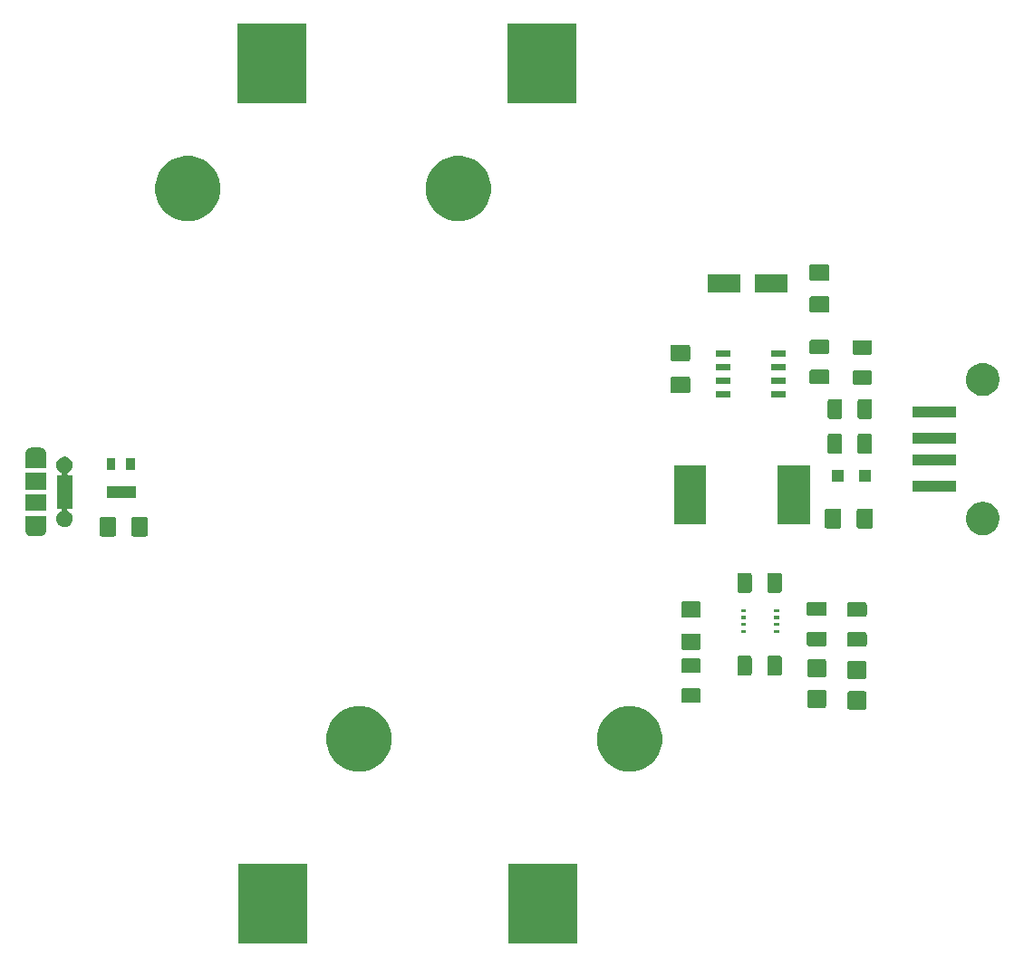
<source format=gbr>
G04 #@! TF.GenerationSoftware,KiCad,Pcbnew,(5.1.2-1)-1*
G04 #@! TF.CreationDate,2019-08-06T14:05:24+03:00*
G04 #@! TF.ProjectId,Boost_Converter,426f6f73-745f-4436-9f6e-766572746572,rev?*
G04 #@! TF.SameCoordinates,Original*
G04 #@! TF.FileFunction,Soldermask,Top*
G04 #@! TF.FilePolarity,Negative*
%FSLAX46Y46*%
G04 Gerber Fmt 4.6, Leading zero omitted, Abs format (unit mm)*
G04 Created by KiCad (PCBNEW (5.1.2-1)-1) date 2019-08-06 14:05:24*
%MOMM*%
%LPD*%
G04 APERTURE LIST*
%ADD10C,0.100000*%
G04 APERTURE END LIST*
D10*
G36*
X80661000Y-117731000D02*
G01*
X74219000Y-117731000D01*
X74219000Y-110289000D01*
X80661000Y-110289000D01*
X80661000Y-117731000D01*
X80661000Y-117731000D01*
G37*
G36*
X55411000Y-117731000D02*
G01*
X48969000Y-117731000D01*
X48969000Y-110289000D01*
X55411000Y-110289000D01*
X55411000Y-117731000D01*
X55411000Y-117731000D01*
G37*
G36*
X86389943Y-95666248D02*
G01*
X86945189Y-95896238D01*
X86945190Y-95896239D01*
X87444899Y-96230134D01*
X87869866Y-96655101D01*
X87869867Y-96655103D01*
X88203762Y-97154811D01*
X88433752Y-97710057D01*
X88551000Y-98299501D01*
X88551000Y-98900499D01*
X88433752Y-99489943D01*
X88203762Y-100045189D01*
X88203761Y-100045190D01*
X87869866Y-100544899D01*
X87444899Y-100969866D01*
X87193347Y-101137948D01*
X86945189Y-101303762D01*
X86389943Y-101533752D01*
X85800499Y-101651000D01*
X85199501Y-101651000D01*
X84610057Y-101533752D01*
X84054811Y-101303762D01*
X83806653Y-101137948D01*
X83555101Y-100969866D01*
X83130134Y-100544899D01*
X82796239Y-100045190D01*
X82796238Y-100045189D01*
X82566248Y-99489943D01*
X82449000Y-98900499D01*
X82449000Y-98299501D01*
X82566248Y-97710057D01*
X82796238Y-97154811D01*
X83130133Y-96655103D01*
X83130134Y-96655101D01*
X83555101Y-96230134D01*
X84054810Y-95896239D01*
X84054811Y-95896238D01*
X84610057Y-95666248D01*
X85199501Y-95549000D01*
X85800499Y-95549000D01*
X86389943Y-95666248D01*
X86389943Y-95666248D01*
G37*
G36*
X61139943Y-95666248D02*
G01*
X61695189Y-95896238D01*
X61695190Y-95896239D01*
X62194899Y-96230134D01*
X62619866Y-96655101D01*
X62619867Y-96655103D01*
X62953762Y-97154811D01*
X63183752Y-97710057D01*
X63301000Y-98299501D01*
X63301000Y-98900499D01*
X63183752Y-99489943D01*
X62953762Y-100045189D01*
X62953761Y-100045190D01*
X62619866Y-100544899D01*
X62194899Y-100969866D01*
X61943347Y-101137948D01*
X61695189Y-101303762D01*
X61139943Y-101533752D01*
X60550499Y-101651000D01*
X59949501Y-101651000D01*
X59360057Y-101533752D01*
X58804811Y-101303762D01*
X58556653Y-101137948D01*
X58305101Y-100969866D01*
X57880134Y-100544899D01*
X57546239Y-100045190D01*
X57546238Y-100045189D01*
X57316248Y-99489943D01*
X57199000Y-98900499D01*
X57199000Y-98299501D01*
X57316248Y-97710057D01*
X57546238Y-97154811D01*
X57880133Y-96655103D01*
X57880134Y-96655101D01*
X58305101Y-96230134D01*
X58804810Y-95896239D01*
X58804811Y-95896238D01*
X59360057Y-95666248D01*
X59949501Y-95549000D01*
X60550499Y-95549000D01*
X61139943Y-95666248D01*
X61139943Y-95666248D01*
G37*
G36*
X107480997Y-94153051D02*
G01*
X107514652Y-94163261D01*
X107545665Y-94179838D01*
X107572851Y-94202149D01*
X107595162Y-94229335D01*
X107611739Y-94260348D01*
X107621949Y-94294003D01*
X107626000Y-94335138D01*
X107626000Y-95664862D01*
X107621949Y-95705997D01*
X107611739Y-95739652D01*
X107595162Y-95770665D01*
X107572851Y-95797851D01*
X107545665Y-95820162D01*
X107514652Y-95836739D01*
X107480997Y-95846949D01*
X107439862Y-95851000D01*
X106060138Y-95851000D01*
X106019003Y-95846949D01*
X105985348Y-95836739D01*
X105954335Y-95820162D01*
X105927149Y-95797851D01*
X105904838Y-95770665D01*
X105888261Y-95739652D01*
X105878051Y-95705997D01*
X105874000Y-95664862D01*
X105874000Y-94335138D01*
X105878051Y-94294003D01*
X105888261Y-94260348D01*
X105904838Y-94229335D01*
X105927149Y-94202149D01*
X105954335Y-94179838D01*
X105985348Y-94163261D01*
X106019003Y-94153051D01*
X106060138Y-94149000D01*
X107439862Y-94149000D01*
X107480997Y-94153051D01*
X107480997Y-94153051D01*
G37*
G36*
X103730997Y-94003051D02*
G01*
X103764652Y-94013261D01*
X103795665Y-94029838D01*
X103822851Y-94052149D01*
X103845162Y-94079335D01*
X103861739Y-94110348D01*
X103871949Y-94144003D01*
X103876000Y-94185138D01*
X103876000Y-95514862D01*
X103871949Y-95555997D01*
X103861739Y-95589652D01*
X103845162Y-95620665D01*
X103822851Y-95647851D01*
X103795665Y-95670162D01*
X103764652Y-95686739D01*
X103730997Y-95696949D01*
X103689862Y-95701000D01*
X102310138Y-95701000D01*
X102269003Y-95696949D01*
X102235348Y-95686739D01*
X102204335Y-95670162D01*
X102177149Y-95647851D01*
X102154838Y-95620665D01*
X102138261Y-95589652D01*
X102128051Y-95555997D01*
X102124000Y-95514862D01*
X102124000Y-94185138D01*
X102128051Y-94144003D01*
X102138261Y-94110348D01*
X102154838Y-94079335D01*
X102177149Y-94052149D01*
X102204335Y-94029838D01*
X102235348Y-94013261D01*
X102269003Y-94003051D01*
X102310138Y-93999000D01*
X103689862Y-93999000D01*
X103730997Y-94003051D01*
X103730997Y-94003051D01*
G37*
G36*
X92018604Y-93878347D02*
G01*
X92055144Y-93889432D01*
X92088821Y-93907433D01*
X92118341Y-93931659D01*
X92142567Y-93961179D01*
X92160568Y-93994856D01*
X92171653Y-94031396D01*
X92176000Y-94075538D01*
X92176000Y-95024462D01*
X92171653Y-95068604D01*
X92160568Y-95105144D01*
X92142567Y-95138821D01*
X92118341Y-95168341D01*
X92088821Y-95192567D01*
X92055144Y-95210568D01*
X92018604Y-95221653D01*
X91974462Y-95226000D01*
X90525538Y-95226000D01*
X90481396Y-95221653D01*
X90444856Y-95210568D01*
X90411179Y-95192567D01*
X90381659Y-95168341D01*
X90357433Y-95138821D01*
X90339432Y-95105144D01*
X90328347Y-95068604D01*
X90324000Y-95024462D01*
X90324000Y-94075538D01*
X90328347Y-94031396D01*
X90339432Y-93994856D01*
X90357433Y-93961179D01*
X90381659Y-93931659D01*
X90411179Y-93907433D01*
X90444856Y-93889432D01*
X90481396Y-93878347D01*
X90525538Y-93874000D01*
X91974462Y-93874000D01*
X92018604Y-93878347D01*
X92018604Y-93878347D01*
G37*
G36*
X107480997Y-91303051D02*
G01*
X107514652Y-91313261D01*
X107545665Y-91329838D01*
X107572851Y-91352149D01*
X107595162Y-91379335D01*
X107611739Y-91410348D01*
X107621949Y-91444003D01*
X107626000Y-91485138D01*
X107626000Y-92814862D01*
X107621949Y-92855997D01*
X107611739Y-92889652D01*
X107595162Y-92920665D01*
X107572851Y-92947851D01*
X107545665Y-92970162D01*
X107514652Y-92986739D01*
X107480997Y-92996949D01*
X107439862Y-93001000D01*
X106060138Y-93001000D01*
X106019003Y-92996949D01*
X105985348Y-92986739D01*
X105954335Y-92970162D01*
X105927149Y-92947851D01*
X105904838Y-92920665D01*
X105888261Y-92889652D01*
X105878051Y-92855997D01*
X105874000Y-92814862D01*
X105874000Y-91485138D01*
X105878051Y-91444003D01*
X105888261Y-91410348D01*
X105904838Y-91379335D01*
X105927149Y-91352149D01*
X105954335Y-91329838D01*
X105985348Y-91313261D01*
X106019003Y-91303051D01*
X106060138Y-91299000D01*
X107439862Y-91299000D01*
X107480997Y-91303051D01*
X107480997Y-91303051D01*
G37*
G36*
X103730997Y-91153051D02*
G01*
X103764652Y-91163261D01*
X103795665Y-91179838D01*
X103822851Y-91202149D01*
X103845162Y-91229335D01*
X103861739Y-91260348D01*
X103871949Y-91294003D01*
X103876000Y-91335138D01*
X103876000Y-92664862D01*
X103871949Y-92705997D01*
X103861739Y-92739652D01*
X103845162Y-92770665D01*
X103822851Y-92797851D01*
X103795665Y-92820162D01*
X103764652Y-92836739D01*
X103730997Y-92846949D01*
X103689862Y-92851000D01*
X102310138Y-92851000D01*
X102269003Y-92846949D01*
X102235348Y-92836739D01*
X102204335Y-92820162D01*
X102177149Y-92797851D01*
X102154838Y-92770665D01*
X102138261Y-92739652D01*
X102128051Y-92705997D01*
X102124000Y-92664862D01*
X102124000Y-91335138D01*
X102128051Y-91294003D01*
X102138261Y-91260348D01*
X102154838Y-91229335D01*
X102177149Y-91202149D01*
X102204335Y-91179838D01*
X102235348Y-91163261D01*
X102269003Y-91153051D01*
X102310138Y-91149000D01*
X103689862Y-91149000D01*
X103730997Y-91153051D01*
X103730997Y-91153051D01*
G37*
G36*
X99568604Y-90828347D02*
G01*
X99605144Y-90839432D01*
X99638821Y-90857433D01*
X99668341Y-90881659D01*
X99692567Y-90911179D01*
X99710568Y-90944856D01*
X99721653Y-90981396D01*
X99726000Y-91025538D01*
X99726000Y-92474462D01*
X99721653Y-92518604D01*
X99710568Y-92555144D01*
X99692567Y-92588821D01*
X99668341Y-92618341D01*
X99638821Y-92642567D01*
X99605144Y-92660568D01*
X99568604Y-92671653D01*
X99524462Y-92676000D01*
X98575538Y-92676000D01*
X98531396Y-92671653D01*
X98494856Y-92660568D01*
X98461179Y-92642567D01*
X98431659Y-92618341D01*
X98407433Y-92588821D01*
X98389432Y-92555144D01*
X98378347Y-92518604D01*
X98374000Y-92474462D01*
X98374000Y-91025538D01*
X98378347Y-90981396D01*
X98389432Y-90944856D01*
X98407433Y-90911179D01*
X98431659Y-90881659D01*
X98461179Y-90857433D01*
X98494856Y-90839432D01*
X98531396Y-90828347D01*
X98575538Y-90824000D01*
X99524462Y-90824000D01*
X99568604Y-90828347D01*
X99568604Y-90828347D01*
G37*
G36*
X96768604Y-90828347D02*
G01*
X96805144Y-90839432D01*
X96838821Y-90857433D01*
X96868341Y-90881659D01*
X96892567Y-90911179D01*
X96910568Y-90944856D01*
X96921653Y-90981396D01*
X96926000Y-91025538D01*
X96926000Y-92474462D01*
X96921653Y-92518604D01*
X96910568Y-92555144D01*
X96892567Y-92588821D01*
X96868341Y-92618341D01*
X96838821Y-92642567D01*
X96805144Y-92660568D01*
X96768604Y-92671653D01*
X96724462Y-92676000D01*
X95775538Y-92676000D01*
X95731396Y-92671653D01*
X95694856Y-92660568D01*
X95661179Y-92642567D01*
X95631659Y-92618341D01*
X95607433Y-92588821D01*
X95589432Y-92555144D01*
X95578347Y-92518604D01*
X95574000Y-92474462D01*
X95574000Y-91025538D01*
X95578347Y-90981396D01*
X95589432Y-90944856D01*
X95607433Y-90911179D01*
X95631659Y-90881659D01*
X95661179Y-90857433D01*
X95694856Y-90839432D01*
X95731396Y-90828347D01*
X95775538Y-90824000D01*
X96724462Y-90824000D01*
X96768604Y-90828347D01*
X96768604Y-90828347D01*
G37*
G36*
X92018604Y-91078347D02*
G01*
X92055144Y-91089432D01*
X92088821Y-91107433D01*
X92118341Y-91131659D01*
X92142567Y-91161179D01*
X92160568Y-91194856D01*
X92171653Y-91231396D01*
X92176000Y-91275538D01*
X92176000Y-92224462D01*
X92171653Y-92268604D01*
X92160568Y-92305144D01*
X92142567Y-92338821D01*
X92118341Y-92368341D01*
X92088821Y-92392567D01*
X92055144Y-92410568D01*
X92018604Y-92421653D01*
X91974462Y-92426000D01*
X90525538Y-92426000D01*
X90481396Y-92421653D01*
X90444856Y-92410568D01*
X90411179Y-92392567D01*
X90381659Y-92368341D01*
X90357433Y-92338821D01*
X90339432Y-92305144D01*
X90328347Y-92268604D01*
X90324000Y-92224462D01*
X90324000Y-91275538D01*
X90328347Y-91231396D01*
X90339432Y-91194856D01*
X90357433Y-91161179D01*
X90381659Y-91131659D01*
X90411179Y-91107433D01*
X90444856Y-91089432D01*
X90481396Y-91078347D01*
X90525538Y-91074000D01*
X91974462Y-91074000D01*
X92018604Y-91078347D01*
X92018604Y-91078347D01*
G37*
G36*
X92025562Y-88740681D02*
G01*
X92060481Y-88751274D01*
X92092663Y-88768476D01*
X92120873Y-88791627D01*
X92144024Y-88819837D01*
X92161226Y-88852019D01*
X92171819Y-88886938D01*
X92176000Y-88929395D01*
X92176000Y-90070605D01*
X92171819Y-90113062D01*
X92161226Y-90147981D01*
X92144024Y-90180163D01*
X92120873Y-90208373D01*
X92092663Y-90231524D01*
X92060481Y-90248726D01*
X92025562Y-90259319D01*
X91983105Y-90263500D01*
X90516895Y-90263500D01*
X90474438Y-90259319D01*
X90439519Y-90248726D01*
X90407337Y-90231524D01*
X90379127Y-90208373D01*
X90355976Y-90180163D01*
X90338774Y-90147981D01*
X90328181Y-90113062D01*
X90324000Y-90070605D01*
X90324000Y-88929395D01*
X90328181Y-88886938D01*
X90338774Y-88852019D01*
X90355976Y-88819837D01*
X90379127Y-88791627D01*
X90407337Y-88768476D01*
X90439519Y-88751274D01*
X90474438Y-88740681D01*
X90516895Y-88736500D01*
X91983105Y-88736500D01*
X92025562Y-88740681D01*
X92025562Y-88740681D01*
G37*
G36*
X107518604Y-88628347D02*
G01*
X107555144Y-88639432D01*
X107588821Y-88657433D01*
X107618341Y-88681659D01*
X107642567Y-88711179D01*
X107660568Y-88744856D01*
X107671653Y-88781396D01*
X107676000Y-88825538D01*
X107676000Y-89774462D01*
X107671653Y-89818604D01*
X107660568Y-89855144D01*
X107642567Y-89888821D01*
X107618341Y-89918341D01*
X107588821Y-89942567D01*
X107555144Y-89960568D01*
X107518604Y-89971653D01*
X107474462Y-89976000D01*
X106025538Y-89976000D01*
X105981396Y-89971653D01*
X105944856Y-89960568D01*
X105911179Y-89942567D01*
X105881659Y-89918341D01*
X105857433Y-89888821D01*
X105839432Y-89855144D01*
X105828347Y-89818604D01*
X105824000Y-89774462D01*
X105824000Y-88825538D01*
X105828347Y-88781396D01*
X105839432Y-88744856D01*
X105857433Y-88711179D01*
X105881659Y-88681659D01*
X105911179Y-88657433D01*
X105944856Y-88639432D01*
X105981396Y-88628347D01*
X106025538Y-88624000D01*
X107474462Y-88624000D01*
X107518604Y-88628347D01*
X107518604Y-88628347D01*
G37*
G36*
X103768604Y-88578347D02*
G01*
X103805144Y-88589432D01*
X103838821Y-88607433D01*
X103868341Y-88631659D01*
X103892567Y-88661179D01*
X103910568Y-88694856D01*
X103921653Y-88731396D01*
X103926000Y-88775538D01*
X103926000Y-89724462D01*
X103921653Y-89768604D01*
X103910568Y-89805144D01*
X103892567Y-89838821D01*
X103868341Y-89868341D01*
X103838821Y-89892567D01*
X103805144Y-89910568D01*
X103768604Y-89921653D01*
X103724462Y-89926000D01*
X102275538Y-89926000D01*
X102231396Y-89921653D01*
X102194856Y-89910568D01*
X102161179Y-89892567D01*
X102131659Y-89868341D01*
X102107433Y-89838821D01*
X102089432Y-89805144D01*
X102078347Y-89768604D01*
X102074000Y-89724462D01*
X102074000Y-88775538D01*
X102078347Y-88731396D01*
X102089432Y-88694856D01*
X102107433Y-88661179D01*
X102131659Y-88631659D01*
X102161179Y-88607433D01*
X102194856Y-88589432D01*
X102231396Y-88578347D01*
X102275538Y-88574000D01*
X103724462Y-88574000D01*
X103768604Y-88578347D01*
X103768604Y-88578347D01*
G37*
G36*
X99491000Y-88701000D02*
G01*
X99009000Y-88701000D01*
X99009000Y-88399000D01*
X99491000Y-88399000D01*
X99491000Y-88701000D01*
X99491000Y-88701000D01*
G37*
G36*
X96391000Y-88701000D02*
G01*
X95909000Y-88701000D01*
X95909000Y-88399000D01*
X96391000Y-88399000D01*
X96391000Y-88701000D01*
X96391000Y-88701000D01*
G37*
G36*
X99491000Y-88051000D02*
G01*
X99009000Y-88051000D01*
X99009000Y-87749000D01*
X99491000Y-87749000D01*
X99491000Y-88051000D01*
X99491000Y-88051000D01*
G37*
G36*
X96391000Y-88051000D02*
G01*
X95909000Y-88051000D01*
X95909000Y-87749000D01*
X96391000Y-87749000D01*
X96391000Y-88051000D01*
X96391000Y-88051000D01*
G37*
G36*
X99491000Y-87401000D02*
G01*
X99009000Y-87401000D01*
X99009000Y-87099000D01*
X99491000Y-87099000D01*
X99491000Y-87401000D01*
X99491000Y-87401000D01*
G37*
G36*
X96391000Y-87401000D02*
G01*
X95909000Y-87401000D01*
X95909000Y-87099000D01*
X96391000Y-87099000D01*
X96391000Y-87401000D01*
X96391000Y-87401000D01*
G37*
G36*
X92025562Y-85765681D02*
G01*
X92060481Y-85776274D01*
X92092663Y-85793476D01*
X92120873Y-85816627D01*
X92144024Y-85844837D01*
X92161226Y-85877019D01*
X92171819Y-85911938D01*
X92176000Y-85954395D01*
X92176000Y-87095605D01*
X92171819Y-87138062D01*
X92161226Y-87172981D01*
X92144024Y-87205163D01*
X92120873Y-87233373D01*
X92092663Y-87256524D01*
X92060481Y-87273726D01*
X92025562Y-87284319D01*
X91983105Y-87288500D01*
X90516895Y-87288500D01*
X90474438Y-87284319D01*
X90439519Y-87273726D01*
X90407337Y-87256524D01*
X90379127Y-87233373D01*
X90355976Y-87205163D01*
X90338774Y-87172981D01*
X90328181Y-87138062D01*
X90324000Y-87095605D01*
X90324000Y-85954395D01*
X90328181Y-85911938D01*
X90338774Y-85877019D01*
X90355976Y-85844837D01*
X90379127Y-85816627D01*
X90407337Y-85793476D01*
X90439519Y-85776274D01*
X90474438Y-85765681D01*
X90516895Y-85761500D01*
X91983105Y-85761500D01*
X92025562Y-85765681D01*
X92025562Y-85765681D01*
G37*
G36*
X107518604Y-85828347D02*
G01*
X107555144Y-85839432D01*
X107588821Y-85857433D01*
X107618341Y-85881659D01*
X107642567Y-85911179D01*
X107660568Y-85944856D01*
X107671653Y-85981396D01*
X107676000Y-86025538D01*
X107676000Y-86974462D01*
X107671653Y-87018604D01*
X107660568Y-87055144D01*
X107642567Y-87088821D01*
X107618341Y-87118341D01*
X107588821Y-87142567D01*
X107555144Y-87160568D01*
X107518604Y-87171653D01*
X107474462Y-87176000D01*
X106025538Y-87176000D01*
X105981396Y-87171653D01*
X105944856Y-87160568D01*
X105911179Y-87142567D01*
X105881659Y-87118341D01*
X105857433Y-87088821D01*
X105839432Y-87055144D01*
X105828347Y-87018604D01*
X105824000Y-86974462D01*
X105824000Y-86025538D01*
X105828347Y-85981396D01*
X105839432Y-85944856D01*
X105857433Y-85911179D01*
X105881659Y-85881659D01*
X105911179Y-85857433D01*
X105944856Y-85839432D01*
X105981396Y-85828347D01*
X106025538Y-85824000D01*
X107474462Y-85824000D01*
X107518604Y-85828347D01*
X107518604Y-85828347D01*
G37*
G36*
X103768604Y-85778347D02*
G01*
X103805144Y-85789432D01*
X103838821Y-85807433D01*
X103868341Y-85831659D01*
X103892567Y-85861179D01*
X103910568Y-85894856D01*
X103921653Y-85931396D01*
X103926000Y-85975538D01*
X103926000Y-86924462D01*
X103921653Y-86968604D01*
X103910568Y-87005144D01*
X103892567Y-87038821D01*
X103868341Y-87068341D01*
X103838821Y-87092567D01*
X103805144Y-87110568D01*
X103768604Y-87121653D01*
X103724462Y-87126000D01*
X102275538Y-87126000D01*
X102231396Y-87121653D01*
X102194856Y-87110568D01*
X102161179Y-87092567D01*
X102131659Y-87068341D01*
X102107433Y-87038821D01*
X102089432Y-87005144D01*
X102078347Y-86968604D01*
X102074000Y-86924462D01*
X102074000Y-85975538D01*
X102078347Y-85931396D01*
X102089432Y-85894856D01*
X102107433Y-85861179D01*
X102131659Y-85831659D01*
X102161179Y-85807433D01*
X102194856Y-85789432D01*
X102231396Y-85778347D01*
X102275538Y-85774000D01*
X103724462Y-85774000D01*
X103768604Y-85778347D01*
X103768604Y-85778347D01*
G37*
G36*
X99491000Y-86751000D02*
G01*
X99009000Y-86751000D01*
X99009000Y-86449000D01*
X99491000Y-86449000D01*
X99491000Y-86751000D01*
X99491000Y-86751000D01*
G37*
G36*
X96391000Y-86751000D02*
G01*
X95909000Y-86751000D01*
X95909000Y-86449000D01*
X96391000Y-86449000D01*
X96391000Y-86751000D01*
X96391000Y-86751000D01*
G37*
G36*
X99568604Y-83078347D02*
G01*
X99605144Y-83089432D01*
X99638821Y-83107433D01*
X99668341Y-83131659D01*
X99692567Y-83161179D01*
X99710568Y-83194856D01*
X99721653Y-83231396D01*
X99726000Y-83275538D01*
X99726000Y-84724462D01*
X99721653Y-84768604D01*
X99710568Y-84805144D01*
X99692567Y-84838821D01*
X99668341Y-84868341D01*
X99638821Y-84892567D01*
X99605144Y-84910568D01*
X99568604Y-84921653D01*
X99524462Y-84926000D01*
X98575538Y-84926000D01*
X98531396Y-84921653D01*
X98494856Y-84910568D01*
X98461179Y-84892567D01*
X98431659Y-84868341D01*
X98407433Y-84838821D01*
X98389432Y-84805144D01*
X98378347Y-84768604D01*
X98374000Y-84724462D01*
X98374000Y-83275538D01*
X98378347Y-83231396D01*
X98389432Y-83194856D01*
X98407433Y-83161179D01*
X98431659Y-83131659D01*
X98461179Y-83107433D01*
X98494856Y-83089432D01*
X98531396Y-83078347D01*
X98575538Y-83074000D01*
X99524462Y-83074000D01*
X99568604Y-83078347D01*
X99568604Y-83078347D01*
G37*
G36*
X96768604Y-83078347D02*
G01*
X96805144Y-83089432D01*
X96838821Y-83107433D01*
X96868341Y-83131659D01*
X96892567Y-83161179D01*
X96910568Y-83194856D01*
X96921653Y-83231396D01*
X96926000Y-83275538D01*
X96926000Y-84724462D01*
X96921653Y-84768604D01*
X96910568Y-84805144D01*
X96892567Y-84838821D01*
X96868341Y-84868341D01*
X96838821Y-84892567D01*
X96805144Y-84910568D01*
X96768604Y-84921653D01*
X96724462Y-84926000D01*
X95775538Y-84926000D01*
X95731396Y-84921653D01*
X95694856Y-84910568D01*
X95661179Y-84892567D01*
X95631659Y-84868341D01*
X95607433Y-84838821D01*
X95589432Y-84805144D01*
X95578347Y-84768604D01*
X95574000Y-84724462D01*
X95574000Y-83275538D01*
X95578347Y-83231396D01*
X95589432Y-83194856D01*
X95607433Y-83161179D01*
X95631659Y-83131659D01*
X95661179Y-83107433D01*
X95694856Y-83089432D01*
X95731396Y-83078347D01*
X95775538Y-83074000D01*
X96724462Y-83074000D01*
X96768604Y-83078347D01*
X96768604Y-83078347D01*
G37*
G36*
X40350562Y-77828181D02*
G01*
X40385481Y-77838774D01*
X40417663Y-77855976D01*
X40445873Y-77879127D01*
X40469024Y-77907337D01*
X40486226Y-77939519D01*
X40496819Y-77974438D01*
X40501000Y-78016895D01*
X40501000Y-79483105D01*
X40496819Y-79525562D01*
X40486226Y-79560481D01*
X40469024Y-79592663D01*
X40445873Y-79620873D01*
X40417663Y-79644024D01*
X40385481Y-79661226D01*
X40350562Y-79671819D01*
X40308105Y-79676000D01*
X39166895Y-79676000D01*
X39124438Y-79671819D01*
X39089519Y-79661226D01*
X39057337Y-79644024D01*
X39029127Y-79620873D01*
X39005976Y-79592663D01*
X38988774Y-79560481D01*
X38978181Y-79525562D01*
X38974000Y-79483105D01*
X38974000Y-78016895D01*
X38978181Y-77974438D01*
X38988774Y-77939519D01*
X39005976Y-77907337D01*
X39029127Y-77879127D01*
X39057337Y-77855976D01*
X39089519Y-77838774D01*
X39124438Y-77828181D01*
X39166895Y-77824000D01*
X40308105Y-77824000D01*
X40350562Y-77828181D01*
X40350562Y-77828181D01*
G37*
G36*
X37375562Y-77828181D02*
G01*
X37410481Y-77838774D01*
X37442663Y-77855976D01*
X37470873Y-77879127D01*
X37494024Y-77907337D01*
X37511226Y-77939519D01*
X37521819Y-77974438D01*
X37526000Y-78016895D01*
X37526000Y-79483105D01*
X37521819Y-79525562D01*
X37511226Y-79560481D01*
X37494024Y-79592663D01*
X37470873Y-79620873D01*
X37442663Y-79644024D01*
X37410481Y-79661226D01*
X37375562Y-79671819D01*
X37333105Y-79676000D01*
X36191895Y-79676000D01*
X36149438Y-79671819D01*
X36114519Y-79661226D01*
X36082337Y-79644024D01*
X36054127Y-79620873D01*
X36030976Y-79592663D01*
X36013774Y-79560481D01*
X36003181Y-79525562D01*
X35999000Y-79483105D01*
X35999000Y-78016895D01*
X36003181Y-77974438D01*
X36013774Y-77939519D01*
X36030976Y-77907337D01*
X36054127Y-77879127D01*
X36082337Y-77855976D01*
X36114519Y-77838774D01*
X36149438Y-77828181D01*
X36191895Y-77824000D01*
X37333105Y-77824000D01*
X37375562Y-77828181D01*
X37375562Y-77828181D01*
G37*
G36*
X31026000Y-78961886D02*
G01*
X31026602Y-78974138D01*
X31029149Y-79000000D01*
X31026602Y-79025862D01*
X31026000Y-79038114D01*
X31026000Y-79111406D01*
X31017043Y-79128164D01*
X31012915Y-79139701D01*
X30993185Y-79204740D01*
X30979354Y-79250336D01*
X30918906Y-79363425D01*
X30837554Y-79462554D01*
X30738425Y-79543906D01*
X30625336Y-79604354D01*
X30593404Y-79614040D01*
X30502618Y-79641580D01*
X30438855Y-79647860D01*
X30406974Y-79651000D01*
X29643026Y-79651000D01*
X29611145Y-79647860D01*
X29547382Y-79641580D01*
X29456596Y-79614040D01*
X29424664Y-79604354D01*
X29311575Y-79543906D01*
X29212446Y-79462554D01*
X29131094Y-79363425D01*
X29070646Y-79250336D01*
X29056815Y-79204740D01*
X29037087Y-79139708D01*
X29027713Y-79117075D01*
X29024000Y-79111518D01*
X29024000Y-79038114D01*
X29023398Y-79025862D01*
X29020851Y-79000000D01*
X29023398Y-78974138D01*
X29024000Y-78961886D01*
X29024000Y-77749000D01*
X31026000Y-77749000D01*
X31026000Y-78961886D01*
X31026000Y-78961886D01*
G37*
G36*
X118802585Y-76478802D02*
G01*
X118952410Y-76508604D01*
X119234674Y-76625521D01*
X119488705Y-76795259D01*
X119704741Y-77011295D01*
X119874479Y-77265326D01*
X119991396Y-77547590D01*
X119991396Y-77547591D01*
X120051000Y-77847239D01*
X120051000Y-78152761D01*
X120036362Y-78226351D01*
X119991396Y-78452410D01*
X119874479Y-78734674D01*
X119704741Y-78988705D01*
X119488705Y-79204741D01*
X119234674Y-79374479D01*
X118952410Y-79491396D01*
X118855744Y-79510624D01*
X118652761Y-79551000D01*
X118347239Y-79551000D01*
X118144256Y-79510624D01*
X118047590Y-79491396D01*
X117765326Y-79374479D01*
X117511295Y-79204741D01*
X117295259Y-78988705D01*
X117125521Y-78734674D01*
X117008604Y-78452410D01*
X116963638Y-78226351D01*
X116949000Y-78152761D01*
X116949000Y-77847239D01*
X117008604Y-77547591D01*
X117008604Y-77547590D01*
X117125521Y-77265326D01*
X117295259Y-77011295D01*
X117511295Y-76795259D01*
X117765326Y-76625521D01*
X118047590Y-76508604D01*
X118197415Y-76478802D01*
X118347239Y-76449000D01*
X118652761Y-76449000D01*
X118802585Y-76478802D01*
X118802585Y-76478802D01*
G37*
G36*
X105138062Y-77078181D02*
G01*
X105172981Y-77088774D01*
X105205163Y-77105976D01*
X105233373Y-77129127D01*
X105256524Y-77157337D01*
X105273726Y-77189519D01*
X105284319Y-77224438D01*
X105288500Y-77266895D01*
X105288500Y-78733105D01*
X105284319Y-78775562D01*
X105273726Y-78810481D01*
X105256524Y-78842663D01*
X105233373Y-78870873D01*
X105205163Y-78894024D01*
X105172981Y-78911226D01*
X105138062Y-78921819D01*
X105095605Y-78926000D01*
X103954395Y-78926000D01*
X103911938Y-78921819D01*
X103877019Y-78911226D01*
X103844837Y-78894024D01*
X103816627Y-78870873D01*
X103793476Y-78842663D01*
X103776274Y-78810481D01*
X103765681Y-78775562D01*
X103761500Y-78733105D01*
X103761500Y-77266895D01*
X103765681Y-77224438D01*
X103776274Y-77189519D01*
X103793476Y-77157337D01*
X103816627Y-77129127D01*
X103844837Y-77105976D01*
X103877019Y-77088774D01*
X103911938Y-77078181D01*
X103954395Y-77074000D01*
X105095605Y-77074000D01*
X105138062Y-77078181D01*
X105138062Y-77078181D01*
G37*
G36*
X108113062Y-77078181D02*
G01*
X108147981Y-77088774D01*
X108180163Y-77105976D01*
X108208373Y-77129127D01*
X108231524Y-77157337D01*
X108248726Y-77189519D01*
X108259319Y-77224438D01*
X108263500Y-77266895D01*
X108263500Y-78733105D01*
X108259319Y-78775562D01*
X108248726Y-78810481D01*
X108231524Y-78842663D01*
X108208373Y-78870873D01*
X108180163Y-78894024D01*
X108147981Y-78911226D01*
X108113062Y-78921819D01*
X108070605Y-78926000D01*
X106929395Y-78926000D01*
X106886938Y-78921819D01*
X106852019Y-78911226D01*
X106819837Y-78894024D01*
X106791627Y-78870873D01*
X106768476Y-78842663D01*
X106751274Y-78810481D01*
X106740681Y-78775562D01*
X106736500Y-78733105D01*
X106736500Y-77266895D01*
X106740681Y-77224438D01*
X106751274Y-77189519D01*
X106768476Y-77157337D01*
X106791627Y-77129127D01*
X106819837Y-77105976D01*
X106852019Y-77088774D01*
X106886938Y-77078181D01*
X106929395Y-77074000D01*
X108070605Y-77074000D01*
X108113062Y-77078181D01*
X108113062Y-77078181D01*
G37*
G36*
X32951348Y-72253820D02*
G01*
X32951350Y-72253821D01*
X32951351Y-72253821D01*
X33092574Y-72312317D01*
X33092577Y-72312319D01*
X33219669Y-72397239D01*
X33327761Y-72505331D01*
X33412681Y-72632423D01*
X33412683Y-72632426D01*
X33471179Y-72773649D01*
X33501000Y-72923571D01*
X33501000Y-73076429D01*
X33471179Y-73226351D01*
X33412683Y-73367574D01*
X33412681Y-73367577D01*
X33327761Y-73494669D01*
X33219669Y-73602761D01*
X33134940Y-73659375D01*
X33092574Y-73687683D01*
X33042272Y-73708519D01*
X33020664Y-73720068D01*
X33001722Y-73735614D01*
X32986177Y-73754556D01*
X32974626Y-73776166D01*
X32967513Y-73799615D01*
X32965111Y-73824001D01*
X32967513Y-73848387D01*
X32974626Y-73871836D01*
X32986177Y-73893447D01*
X33001723Y-73912389D01*
X33020665Y-73927934D01*
X33042275Y-73939485D01*
X33065724Y-73946598D01*
X33090110Y-73949000D01*
X33451000Y-73949000D01*
X33451000Y-77051000D01*
X33090110Y-77051000D01*
X33065724Y-77053402D01*
X33042275Y-77060515D01*
X33020664Y-77072066D01*
X33001722Y-77087611D01*
X32986177Y-77106553D01*
X32974626Y-77128164D01*
X32967513Y-77151613D01*
X32965111Y-77175999D01*
X32967513Y-77200385D01*
X32974626Y-77223834D01*
X32986177Y-77245445D01*
X33001722Y-77264387D01*
X33020664Y-77279932D01*
X33042272Y-77291481D01*
X33092574Y-77312317D01*
X33092575Y-77312318D01*
X33219669Y-77397239D01*
X33327761Y-77505331D01*
X33355998Y-77547591D01*
X33412683Y-77632426D01*
X33460969Y-77749000D01*
X33471180Y-77773652D01*
X33485817Y-77847239D01*
X33501000Y-77923571D01*
X33501000Y-78076429D01*
X33471179Y-78226351D01*
X33412683Y-78367574D01*
X33412681Y-78367577D01*
X33327761Y-78494669D01*
X33219669Y-78602761D01*
X33092577Y-78687681D01*
X33092574Y-78687683D01*
X32951351Y-78746179D01*
X32951350Y-78746179D01*
X32951348Y-78746180D01*
X32801431Y-78776000D01*
X32648569Y-78776000D01*
X32498652Y-78746180D01*
X32498650Y-78746179D01*
X32498649Y-78746179D01*
X32357426Y-78687683D01*
X32357423Y-78687681D01*
X32230331Y-78602761D01*
X32122239Y-78494669D01*
X32037319Y-78367577D01*
X32037317Y-78367574D01*
X31978821Y-78226351D01*
X31949000Y-78076429D01*
X31949000Y-77923571D01*
X31964183Y-77847239D01*
X31978820Y-77773652D01*
X31989031Y-77749000D01*
X32037317Y-77632426D01*
X32094002Y-77547591D01*
X32122239Y-77505331D01*
X32230331Y-77397239D01*
X32357425Y-77312318D01*
X32357426Y-77312317D01*
X32407728Y-77291481D01*
X32429336Y-77279932D01*
X32448278Y-77264386D01*
X32463823Y-77245444D01*
X32475374Y-77223834D01*
X32482487Y-77200385D01*
X32484889Y-77175999D01*
X32482487Y-77151613D01*
X32475374Y-77128164D01*
X32463823Y-77106553D01*
X32448277Y-77087611D01*
X32429335Y-77072066D01*
X32407725Y-77060515D01*
X32384276Y-77053402D01*
X32359890Y-77051000D01*
X31999000Y-77051000D01*
X31999000Y-73949000D01*
X32359890Y-73949000D01*
X32384276Y-73946598D01*
X32407725Y-73939485D01*
X32429336Y-73927934D01*
X32448278Y-73912389D01*
X32463823Y-73893447D01*
X32475374Y-73871836D01*
X32482487Y-73848387D01*
X32484889Y-73824001D01*
X32482487Y-73799615D01*
X32475374Y-73776166D01*
X32463823Y-73754555D01*
X32448278Y-73735613D01*
X32429336Y-73720068D01*
X32407728Y-73708519D01*
X32357426Y-73687683D01*
X32315060Y-73659375D01*
X32230331Y-73602761D01*
X32122239Y-73494669D01*
X32037319Y-73367577D01*
X32037317Y-73367574D01*
X31978821Y-73226351D01*
X31949000Y-73076429D01*
X31949000Y-72923571D01*
X31978821Y-72773649D01*
X32037317Y-72632426D01*
X32037319Y-72632423D01*
X32122239Y-72505331D01*
X32230331Y-72397239D01*
X32357423Y-72312319D01*
X32357426Y-72312317D01*
X32498649Y-72253821D01*
X32498650Y-72253821D01*
X32498652Y-72253820D01*
X32648569Y-72224000D01*
X32801431Y-72224000D01*
X32951348Y-72253820D01*
X32951348Y-72253820D01*
G37*
G36*
X102351000Y-78501000D02*
G01*
X99349000Y-78501000D01*
X99349000Y-72999000D01*
X102351000Y-72999000D01*
X102351000Y-78501000D01*
X102351000Y-78501000D01*
G37*
G36*
X92651000Y-78501000D02*
G01*
X89649000Y-78501000D01*
X89649000Y-72999000D01*
X92651000Y-72999000D01*
X92651000Y-78501000D01*
X92651000Y-78501000D01*
G37*
G36*
X31026000Y-77301000D02*
G01*
X29024000Y-77301000D01*
X29024000Y-75699000D01*
X31026000Y-75699000D01*
X31026000Y-77301000D01*
X31026000Y-77301000D01*
G37*
G36*
X39351000Y-76051000D02*
G01*
X36649000Y-76051000D01*
X36649000Y-74949000D01*
X39351000Y-74949000D01*
X39351000Y-76051000D01*
X39351000Y-76051000D01*
G37*
G36*
X116051000Y-75501000D02*
G01*
X111949000Y-75501000D01*
X111949000Y-74499000D01*
X116051000Y-74499000D01*
X116051000Y-75501000D01*
X116051000Y-75501000D01*
G37*
G36*
X31026000Y-75301000D02*
G01*
X29024000Y-75301000D01*
X29024000Y-73699000D01*
X31026000Y-73699000D01*
X31026000Y-75301000D01*
X31026000Y-75301000D01*
G37*
G36*
X105551000Y-74551000D02*
G01*
X104449000Y-74551000D01*
X104449000Y-73449000D01*
X105551000Y-73449000D01*
X105551000Y-74551000D01*
X105551000Y-74551000D01*
G37*
G36*
X108051000Y-74551000D02*
G01*
X106949000Y-74551000D01*
X106949000Y-73449000D01*
X108051000Y-73449000D01*
X108051000Y-74551000D01*
X108051000Y-74551000D01*
G37*
G36*
X37451000Y-73451000D02*
G01*
X36649000Y-73451000D01*
X36649000Y-72349000D01*
X37451000Y-72349000D01*
X37451000Y-73451000D01*
X37451000Y-73451000D01*
G37*
G36*
X39301000Y-73451000D02*
G01*
X38499000Y-73451000D01*
X38499000Y-72349000D01*
X39301000Y-72349000D01*
X39301000Y-73451000D01*
X39301000Y-73451000D01*
G37*
G36*
X30438855Y-71352140D02*
G01*
X30502618Y-71358420D01*
X30593404Y-71385960D01*
X30625336Y-71395646D01*
X30738425Y-71456094D01*
X30837554Y-71537446D01*
X30918906Y-71636575D01*
X30979354Y-71749664D01*
X30979355Y-71749668D01*
X31012913Y-71860292D01*
X31022287Y-71882925D01*
X31026000Y-71888482D01*
X31026000Y-71961886D01*
X31026602Y-71974138D01*
X31029149Y-72000000D01*
X31026602Y-72025862D01*
X31026000Y-72038114D01*
X31026000Y-73251000D01*
X29024000Y-73251000D01*
X29024000Y-72038114D01*
X29023398Y-72025862D01*
X29020851Y-72000000D01*
X29023398Y-71974138D01*
X29024000Y-71961886D01*
X29024000Y-71888594D01*
X29032957Y-71871836D01*
X29037085Y-71860299D01*
X29070645Y-71749668D01*
X29070646Y-71749664D01*
X29131094Y-71636575D01*
X29212446Y-71537446D01*
X29311575Y-71456094D01*
X29424664Y-71395646D01*
X29456596Y-71385960D01*
X29547382Y-71358420D01*
X29611145Y-71352140D01*
X29643026Y-71349000D01*
X30406974Y-71349000D01*
X30438855Y-71352140D01*
X30438855Y-71352140D01*
G37*
G36*
X116051000Y-73001000D02*
G01*
X111949000Y-73001000D01*
X111949000Y-71999000D01*
X116051000Y-71999000D01*
X116051000Y-73001000D01*
X116051000Y-73001000D01*
G37*
G36*
X105218604Y-70078347D02*
G01*
X105255144Y-70089432D01*
X105288821Y-70107433D01*
X105318341Y-70131659D01*
X105342567Y-70161179D01*
X105360568Y-70194856D01*
X105371653Y-70231396D01*
X105376000Y-70275538D01*
X105376000Y-71724462D01*
X105371653Y-71768604D01*
X105360568Y-71805144D01*
X105342567Y-71838821D01*
X105318341Y-71868341D01*
X105288821Y-71892567D01*
X105255144Y-71910568D01*
X105218604Y-71921653D01*
X105174462Y-71926000D01*
X104225538Y-71926000D01*
X104181396Y-71921653D01*
X104144856Y-71910568D01*
X104111179Y-71892567D01*
X104081659Y-71868341D01*
X104057433Y-71838821D01*
X104039432Y-71805144D01*
X104028347Y-71768604D01*
X104024000Y-71724462D01*
X104024000Y-70275538D01*
X104028347Y-70231396D01*
X104039432Y-70194856D01*
X104057433Y-70161179D01*
X104081659Y-70131659D01*
X104111179Y-70107433D01*
X104144856Y-70089432D01*
X104181396Y-70078347D01*
X104225538Y-70074000D01*
X105174462Y-70074000D01*
X105218604Y-70078347D01*
X105218604Y-70078347D01*
G37*
G36*
X108018604Y-70078347D02*
G01*
X108055144Y-70089432D01*
X108088821Y-70107433D01*
X108118341Y-70131659D01*
X108142567Y-70161179D01*
X108160568Y-70194856D01*
X108171653Y-70231396D01*
X108176000Y-70275538D01*
X108176000Y-71724462D01*
X108171653Y-71768604D01*
X108160568Y-71805144D01*
X108142567Y-71838821D01*
X108118341Y-71868341D01*
X108088821Y-71892567D01*
X108055144Y-71910568D01*
X108018604Y-71921653D01*
X107974462Y-71926000D01*
X107025538Y-71926000D01*
X106981396Y-71921653D01*
X106944856Y-71910568D01*
X106911179Y-71892567D01*
X106881659Y-71868341D01*
X106857433Y-71838821D01*
X106839432Y-71805144D01*
X106828347Y-71768604D01*
X106824000Y-71724462D01*
X106824000Y-70275538D01*
X106828347Y-70231396D01*
X106839432Y-70194856D01*
X106857433Y-70161179D01*
X106881659Y-70131659D01*
X106911179Y-70107433D01*
X106944856Y-70089432D01*
X106981396Y-70078347D01*
X107025538Y-70074000D01*
X107974462Y-70074000D01*
X108018604Y-70078347D01*
X108018604Y-70078347D01*
G37*
G36*
X116051000Y-71001000D02*
G01*
X111949000Y-71001000D01*
X111949000Y-69999000D01*
X116051000Y-69999000D01*
X116051000Y-71001000D01*
X116051000Y-71001000D01*
G37*
G36*
X108018604Y-66828347D02*
G01*
X108055144Y-66839432D01*
X108088821Y-66857433D01*
X108118341Y-66881659D01*
X108142567Y-66911179D01*
X108160568Y-66944856D01*
X108171653Y-66981396D01*
X108176000Y-67025538D01*
X108176000Y-68474462D01*
X108171653Y-68518604D01*
X108160568Y-68555144D01*
X108142567Y-68588821D01*
X108118341Y-68618341D01*
X108088821Y-68642567D01*
X108055144Y-68660568D01*
X108018604Y-68671653D01*
X107974462Y-68676000D01*
X107025538Y-68676000D01*
X106981396Y-68671653D01*
X106944856Y-68660568D01*
X106911179Y-68642567D01*
X106881659Y-68618341D01*
X106857433Y-68588821D01*
X106839432Y-68555144D01*
X106828347Y-68518604D01*
X106824000Y-68474462D01*
X106824000Y-67025538D01*
X106828347Y-66981396D01*
X106839432Y-66944856D01*
X106857433Y-66911179D01*
X106881659Y-66881659D01*
X106911179Y-66857433D01*
X106944856Y-66839432D01*
X106981396Y-66828347D01*
X107025538Y-66824000D01*
X107974462Y-66824000D01*
X108018604Y-66828347D01*
X108018604Y-66828347D01*
G37*
G36*
X105218604Y-66828347D02*
G01*
X105255144Y-66839432D01*
X105288821Y-66857433D01*
X105318341Y-66881659D01*
X105342567Y-66911179D01*
X105360568Y-66944856D01*
X105371653Y-66981396D01*
X105376000Y-67025538D01*
X105376000Y-68474462D01*
X105371653Y-68518604D01*
X105360568Y-68555144D01*
X105342567Y-68588821D01*
X105318341Y-68618341D01*
X105288821Y-68642567D01*
X105255144Y-68660568D01*
X105218604Y-68671653D01*
X105174462Y-68676000D01*
X104225538Y-68676000D01*
X104181396Y-68671653D01*
X104144856Y-68660568D01*
X104111179Y-68642567D01*
X104081659Y-68618341D01*
X104057433Y-68588821D01*
X104039432Y-68555144D01*
X104028347Y-68518604D01*
X104024000Y-68474462D01*
X104024000Y-67025538D01*
X104028347Y-66981396D01*
X104039432Y-66944856D01*
X104057433Y-66911179D01*
X104081659Y-66881659D01*
X104111179Y-66857433D01*
X104144856Y-66839432D01*
X104181396Y-66828347D01*
X104225538Y-66824000D01*
X105174462Y-66824000D01*
X105218604Y-66828347D01*
X105218604Y-66828347D01*
G37*
G36*
X116051000Y-68501000D02*
G01*
X111949000Y-68501000D01*
X111949000Y-67499000D01*
X116051000Y-67499000D01*
X116051000Y-68501000D01*
X116051000Y-68501000D01*
G37*
G36*
X100136000Y-66661000D02*
G01*
X98764000Y-66661000D01*
X98764000Y-66049000D01*
X100136000Y-66049000D01*
X100136000Y-66661000D01*
X100136000Y-66661000D01*
G37*
G36*
X94936000Y-66661000D02*
G01*
X93564000Y-66661000D01*
X93564000Y-66049000D01*
X94936000Y-66049000D01*
X94936000Y-66661000D01*
X94936000Y-66661000D01*
G37*
G36*
X118802585Y-63478802D02*
G01*
X118952410Y-63508604D01*
X119234674Y-63625521D01*
X119488705Y-63795259D01*
X119704741Y-64011295D01*
X119874479Y-64265326D01*
X119991396Y-64547590D01*
X119991396Y-64547591D01*
X120051000Y-64847239D01*
X120051000Y-65152761D01*
X120029852Y-65259078D01*
X119991396Y-65452410D01*
X119874479Y-65734674D01*
X119704741Y-65988705D01*
X119488705Y-66204741D01*
X119234674Y-66374479D01*
X118952410Y-66491396D01*
X118802585Y-66521198D01*
X118652761Y-66551000D01*
X118347239Y-66551000D01*
X118197415Y-66521198D01*
X118047590Y-66491396D01*
X117765326Y-66374479D01*
X117511295Y-66204741D01*
X117295259Y-65988705D01*
X117125521Y-65734674D01*
X117008604Y-65452410D01*
X116970148Y-65259078D01*
X116949000Y-65152761D01*
X116949000Y-64847239D01*
X117008604Y-64547591D01*
X117008604Y-64547590D01*
X117125521Y-64265326D01*
X117295259Y-64011295D01*
X117511295Y-63795259D01*
X117765326Y-63625521D01*
X118047590Y-63508604D01*
X118197415Y-63478802D01*
X118347239Y-63449000D01*
X118652761Y-63449000D01*
X118802585Y-63478802D01*
X118802585Y-63478802D01*
G37*
G36*
X91025562Y-64728181D02*
G01*
X91060481Y-64738774D01*
X91092663Y-64755976D01*
X91120873Y-64779127D01*
X91144024Y-64807337D01*
X91161226Y-64839519D01*
X91171819Y-64874438D01*
X91176000Y-64916895D01*
X91176000Y-66058105D01*
X91171819Y-66100562D01*
X91161226Y-66135481D01*
X91144024Y-66167663D01*
X91120873Y-66195873D01*
X91092663Y-66219024D01*
X91060481Y-66236226D01*
X91025562Y-66246819D01*
X90983105Y-66251000D01*
X89516895Y-66251000D01*
X89474438Y-66246819D01*
X89439519Y-66236226D01*
X89407337Y-66219024D01*
X89379127Y-66195873D01*
X89355976Y-66167663D01*
X89338774Y-66135481D01*
X89328181Y-66100562D01*
X89324000Y-66058105D01*
X89324000Y-64916895D01*
X89328181Y-64874438D01*
X89338774Y-64839519D01*
X89355976Y-64807337D01*
X89379127Y-64779127D01*
X89407337Y-64755976D01*
X89439519Y-64738774D01*
X89474438Y-64728181D01*
X89516895Y-64724000D01*
X90983105Y-64724000D01*
X91025562Y-64728181D01*
X91025562Y-64728181D01*
G37*
G36*
X108018604Y-64128347D02*
G01*
X108055144Y-64139432D01*
X108088821Y-64157433D01*
X108118341Y-64181659D01*
X108142567Y-64211179D01*
X108160568Y-64244856D01*
X108171653Y-64281396D01*
X108176000Y-64325538D01*
X108176000Y-65274462D01*
X108171653Y-65318604D01*
X108160568Y-65355144D01*
X108142567Y-65388821D01*
X108118341Y-65418341D01*
X108088821Y-65442567D01*
X108055144Y-65460568D01*
X108018604Y-65471653D01*
X107974462Y-65476000D01*
X106525538Y-65476000D01*
X106481396Y-65471653D01*
X106444856Y-65460568D01*
X106411179Y-65442567D01*
X106381659Y-65418341D01*
X106357433Y-65388821D01*
X106339432Y-65355144D01*
X106328347Y-65318604D01*
X106324000Y-65274462D01*
X106324000Y-64325538D01*
X106328347Y-64281396D01*
X106339432Y-64244856D01*
X106357433Y-64211179D01*
X106381659Y-64181659D01*
X106411179Y-64157433D01*
X106444856Y-64139432D01*
X106481396Y-64128347D01*
X106525538Y-64124000D01*
X107974462Y-64124000D01*
X108018604Y-64128347D01*
X108018604Y-64128347D01*
G37*
G36*
X104018604Y-64078347D02*
G01*
X104055144Y-64089432D01*
X104088821Y-64107433D01*
X104118341Y-64131659D01*
X104142567Y-64161179D01*
X104160568Y-64194856D01*
X104171653Y-64231396D01*
X104176000Y-64275538D01*
X104176000Y-65224462D01*
X104171653Y-65268604D01*
X104160568Y-65305144D01*
X104142567Y-65338821D01*
X104118341Y-65368341D01*
X104088821Y-65392567D01*
X104055144Y-65410568D01*
X104018604Y-65421653D01*
X103974462Y-65426000D01*
X102525538Y-65426000D01*
X102481396Y-65421653D01*
X102444856Y-65410568D01*
X102411179Y-65392567D01*
X102381659Y-65368341D01*
X102357433Y-65338821D01*
X102339432Y-65305144D01*
X102328347Y-65268604D01*
X102324000Y-65224462D01*
X102324000Y-64275538D01*
X102328347Y-64231396D01*
X102339432Y-64194856D01*
X102357433Y-64161179D01*
X102381659Y-64131659D01*
X102411179Y-64107433D01*
X102444856Y-64089432D01*
X102481396Y-64078347D01*
X102525538Y-64074000D01*
X103974462Y-64074000D01*
X104018604Y-64078347D01*
X104018604Y-64078347D01*
G37*
G36*
X94936000Y-65391000D02*
G01*
X93564000Y-65391000D01*
X93564000Y-64779000D01*
X94936000Y-64779000D01*
X94936000Y-65391000D01*
X94936000Y-65391000D01*
G37*
G36*
X100136000Y-65391000D02*
G01*
X98764000Y-65391000D01*
X98764000Y-64779000D01*
X100136000Y-64779000D01*
X100136000Y-65391000D01*
X100136000Y-65391000D01*
G37*
G36*
X94936000Y-64121000D02*
G01*
X93564000Y-64121000D01*
X93564000Y-63509000D01*
X94936000Y-63509000D01*
X94936000Y-64121000D01*
X94936000Y-64121000D01*
G37*
G36*
X100136000Y-64121000D02*
G01*
X98764000Y-64121000D01*
X98764000Y-63509000D01*
X100136000Y-63509000D01*
X100136000Y-64121000D01*
X100136000Y-64121000D01*
G37*
G36*
X91025562Y-61753181D02*
G01*
X91060481Y-61763774D01*
X91092663Y-61780976D01*
X91120873Y-61804127D01*
X91144024Y-61832337D01*
X91161226Y-61864519D01*
X91171819Y-61899438D01*
X91176000Y-61941895D01*
X91176000Y-63083105D01*
X91171819Y-63125562D01*
X91161226Y-63160481D01*
X91144024Y-63192663D01*
X91120873Y-63220873D01*
X91092663Y-63244024D01*
X91060481Y-63261226D01*
X91025562Y-63271819D01*
X90983105Y-63276000D01*
X89516895Y-63276000D01*
X89474438Y-63271819D01*
X89439519Y-63261226D01*
X89407337Y-63244024D01*
X89379127Y-63220873D01*
X89355976Y-63192663D01*
X89338774Y-63160481D01*
X89328181Y-63125562D01*
X89324000Y-63083105D01*
X89324000Y-61941895D01*
X89328181Y-61899438D01*
X89338774Y-61864519D01*
X89355976Y-61832337D01*
X89379127Y-61804127D01*
X89407337Y-61780976D01*
X89439519Y-61763774D01*
X89474438Y-61753181D01*
X89516895Y-61749000D01*
X90983105Y-61749000D01*
X91025562Y-61753181D01*
X91025562Y-61753181D01*
G37*
G36*
X100136000Y-62851000D02*
G01*
X98764000Y-62851000D01*
X98764000Y-62239000D01*
X100136000Y-62239000D01*
X100136000Y-62851000D01*
X100136000Y-62851000D01*
G37*
G36*
X94936000Y-62851000D02*
G01*
X93564000Y-62851000D01*
X93564000Y-62239000D01*
X94936000Y-62239000D01*
X94936000Y-62851000D01*
X94936000Y-62851000D01*
G37*
G36*
X108018604Y-61328347D02*
G01*
X108055144Y-61339432D01*
X108088821Y-61357433D01*
X108118341Y-61381659D01*
X108142567Y-61411179D01*
X108160568Y-61444856D01*
X108171653Y-61481396D01*
X108176000Y-61525538D01*
X108176000Y-62474462D01*
X108171653Y-62518604D01*
X108160568Y-62555144D01*
X108142567Y-62588821D01*
X108118341Y-62618341D01*
X108088821Y-62642567D01*
X108055144Y-62660568D01*
X108018604Y-62671653D01*
X107974462Y-62676000D01*
X106525538Y-62676000D01*
X106481396Y-62671653D01*
X106444856Y-62660568D01*
X106411179Y-62642567D01*
X106381659Y-62618341D01*
X106357433Y-62588821D01*
X106339432Y-62555144D01*
X106328347Y-62518604D01*
X106324000Y-62474462D01*
X106324000Y-61525538D01*
X106328347Y-61481396D01*
X106339432Y-61444856D01*
X106357433Y-61411179D01*
X106381659Y-61381659D01*
X106411179Y-61357433D01*
X106444856Y-61339432D01*
X106481396Y-61328347D01*
X106525538Y-61324000D01*
X107974462Y-61324000D01*
X108018604Y-61328347D01*
X108018604Y-61328347D01*
G37*
G36*
X104018604Y-61278347D02*
G01*
X104055144Y-61289432D01*
X104088821Y-61307433D01*
X104118341Y-61331659D01*
X104142567Y-61361179D01*
X104160568Y-61394856D01*
X104171653Y-61431396D01*
X104176000Y-61475538D01*
X104176000Y-62424462D01*
X104171653Y-62468604D01*
X104160568Y-62505144D01*
X104142567Y-62538821D01*
X104118341Y-62568341D01*
X104088821Y-62592567D01*
X104055144Y-62610568D01*
X104018604Y-62621653D01*
X103974462Y-62626000D01*
X102525538Y-62626000D01*
X102481396Y-62621653D01*
X102444856Y-62610568D01*
X102411179Y-62592567D01*
X102381659Y-62568341D01*
X102357433Y-62538821D01*
X102339432Y-62505144D01*
X102328347Y-62468604D01*
X102324000Y-62424462D01*
X102324000Y-61475538D01*
X102328347Y-61431396D01*
X102339432Y-61394856D01*
X102357433Y-61361179D01*
X102381659Y-61331659D01*
X102411179Y-61307433D01*
X102444856Y-61289432D01*
X102481396Y-61278347D01*
X102525538Y-61274000D01*
X103974462Y-61274000D01*
X104018604Y-61278347D01*
X104018604Y-61278347D01*
G37*
G36*
X104025562Y-57215681D02*
G01*
X104060481Y-57226274D01*
X104092663Y-57243476D01*
X104120873Y-57266627D01*
X104144024Y-57294837D01*
X104161226Y-57327019D01*
X104171819Y-57361938D01*
X104176000Y-57404395D01*
X104176000Y-58545605D01*
X104171819Y-58588062D01*
X104161226Y-58622981D01*
X104144024Y-58655163D01*
X104120873Y-58683373D01*
X104092663Y-58706524D01*
X104060481Y-58723726D01*
X104025562Y-58734319D01*
X103983105Y-58738500D01*
X102516895Y-58738500D01*
X102474438Y-58734319D01*
X102439519Y-58723726D01*
X102407337Y-58706524D01*
X102379127Y-58683373D01*
X102355976Y-58655163D01*
X102338774Y-58622981D01*
X102328181Y-58588062D01*
X102324000Y-58545605D01*
X102324000Y-57404395D01*
X102328181Y-57361938D01*
X102338774Y-57327019D01*
X102355976Y-57294837D01*
X102379127Y-57266627D01*
X102407337Y-57243476D01*
X102439519Y-57226274D01*
X102474438Y-57215681D01*
X102516895Y-57211500D01*
X103983105Y-57211500D01*
X104025562Y-57215681D01*
X104025562Y-57215681D01*
G37*
G36*
X100155997Y-55153051D02*
G01*
X100189652Y-55163261D01*
X100220665Y-55179838D01*
X100247851Y-55202149D01*
X100270162Y-55229335D01*
X100286739Y-55260348D01*
X100296949Y-55294003D01*
X100301000Y-55335138D01*
X100301000Y-56664862D01*
X100296949Y-56705997D01*
X100286739Y-56739652D01*
X100270162Y-56770665D01*
X100247851Y-56797851D01*
X100220665Y-56820162D01*
X100189652Y-56836739D01*
X100155997Y-56846949D01*
X100114862Y-56851000D01*
X97385138Y-56851000D01*
X97344003Y-56846949D01*
X97310348Y-56836739D01*
X97279335Y-56820162D01*
X97252149Y-56797851D01*
X97229838Y-56770665D01*
X97213261Y-56739652D01*
X97203051Y-56705997D01*
X97199000Y-56664862D01*
X97199000Y-55335138D01*
X97203051Y-55294003D01*
X97213261Y-55260348D01*
X97229838Y-55229335D01*
X97252149Y-55202149D01*
X97279335Y-55179838D01*
X97310348Y-55163261D01*
X97344003Y-55153051D01*
X97385138Y-55149000D01*
X100114862Y-55149000D01*
X100155997Y-55153051D01*
X100155997Y-55153051D01*
G37*
G36*
X95755997Y-55153051D02*
G01*
X95789652Y-55163261D01*
X95820665Y-55179838D01*
X95847851Y-55202149D01*
X95870162Y-55229335D01*
X95886739Y-55260348D01*
X95896949Y-55294003D01*
X95901000Y-55335138D01*
X95901000Y-56664862D01*
X95896949Y-56705997D01*
X95886739Y-56739652D01*
X95870162Y-56770665D01*
X95847851Y-56797851D01*
X95820665Y-56820162D01*
X95789652Y-56836739D01*
X95755997Y-56846949D01*
X95714862Y-56851000D01*
X92985138Y-56851000D01*
X92944003Y-56846949D01*
X92910348Y-56836739D01*
X92879335Y-56820162D01*
X92852149Y-56797851D01*
X92829838Y-56770665D01*
X92813261Y-56739652D01*
X92803051Y-56705997D01*
X92799000Y-56664862D01*
X92799000Y-55335138D01*
X92803051Y-55294003D01*
X92813261Y-55260348D01*
X92829838Y-55229335D01*
X92852149Y-55202149D01*
X92879335Y-55179838D01*
X92910348Y-55163261D01*
X92944003Y-55153051D01*
X92985138Y-55149000D01*
X95714862Y-55149000D01*
X95755997Y-55153051D01*
X95755997Y-55153051D01*
G37*
G36*
X104025562Y-54240681D02*
G01*
X104060481Y-54251274D01*
X104092663Y-54268476D01*
X104120873Y-54291627D01*
X104144024Y-54319837D01*
X104161226Y-54352019D01*
X104171819Y-54386938D01*
X104176000Y-54429395D01*
X104176000Y-55570605D01*
X104171819Y-55613062D01*
X104161226Y-55647981D01*
X104144024Y-55680163D01*
X104120873Y-55708373D01*
X104092663Y-55731524D01*
X104060481Y-55748726D01*
X104025562Y-55759319D01*
X103983105Y-55763500D01*
X102516895Y-55763500D01*
X102474438Y-55759319D01*
X102439519Y-55748726D01*
X102407337Y-55731524D01*
X102379127Y-55708373D01*
X102355976Y-55680163D01*
X102338774Y-55647981D01*
X102328181Y-55613062D01*
X102324000Y-55570605D01*
X102324000Y-54429395D01*
X102328181Y-54386938D01*
X102338774Y-54352019D01*
X102355976Y-54319837D01*
X102379127Y-54291627D01*
X102407337Y-54268476D01*
X102439519Y-54251274D01*
X102474438Y-54240681D01*
X102516895Y-54236500D01*
X103983105Y-54236500D01*
X104025562Y-54240681D01*
X104025562Y-54240681D01*
G37*
G36*
X70389943Y-44216248D02*
G01*
X70945189Y-44446238D01*
X70945190Y-44446239D01*
X71444899Y-44780134D01*
X71869866Y-45205101D01*
X71869867Y-45205103D01*
X72203762Y-45704811D01*
X72433752Y-46260057D01*
X72551000Y-46849501D01*
X72551000Y-47450499D01*
X72433752Y-48039943D01*
X72203762Y-48595189D01*
X72203761Y-48595190D01*
X71869866Y-49094899D01*
X71444899Y-49519866D01*
X71193347Y-49687948D01*
X70945189Y-49853762D01*
X70389943Y-50083752D01*
X69800499Y-50201000D01*
X69199501Y-50201000D01*
X68610057Y-50083752D01*
X68054811Y-49853762D01*
X67806653Y-49687948D01*
X67555101Y-49519866D01*
X67130134Y-49094899D01*
X66796239Y-48595190D01*
X66796238Y-48595189D01*
X66566248Y-48039943D01*
X66449000Y-47450499D01*
X66449000Y-46849501D01*
X66566248Y-46260057D01*
X66796238Y-45704811D01*
X67130133Y-45205103D01*
X67130134Y-45205101D01*
X67555101Y-44780134D01*
X68054810Y-44446239D01*
X68054811Y-44446238D01*
X68610057Y-44216248D01*
X69199501Y-44099000D01*
X69800499Y-44099000D01*
X70389943Y-44216248D01*
X70389943Y-44216248D01*
G37*
G36*
X45139943Y-44216248D02*
G01*
X45695189Y-44446238D01*
X45695190Y-44446239D01*
X46194899Y-44780134D01*
X46619866Y-45205101D01*
X46619867Y-45205103D01*
X46953762Y-45704811D01*
X47183752Y-46260057D01*
X47301000Y-46849501D01*
X47301000Y-47450499D01*
X47183752Y-48039943D01*
X46953762Y-48595189D01*
X46953761Y-48595190D01*
X46619866Y-49094899D01*
X46194899Y-49519866D01*
X45943347Y-49687948D01*
X45695189Y-49853762D01*
X45139943Y-50083752D01*
X44550499Y-50201000D01*
X43949501Y-50201000D01*
X43360057Y-50083752D01*
X42804811Y-49853762D01*
X42556653Y-49687948D01*
X42305101Y-49519866D01*
X41880134Y-49094899D01*
X41546239Y-48595190D01*
X41546238Y-48595189D01*
X41316248Y-48039943D01*
X41199000Y-47450499D01*
X41199000Y-46849501D01*
X41316248Y-46260057D01*
X41546238Y-45704811D01*
X41880133Y-45205103D01*
X41880134Y-45205101D01*
X42305101Y-44780134D01*
X42804810Y-44446239D01*
X42804811Y-44446238D01*
X43360057Y-44216248D01*
X43949501Y-44099000D01*
X44550499Y-44099000D01*
X45139943Y-44216248D01*
X45139943Y-44216248D01*
G37*
G36*
X80571000Y-39161000D02*
G01*
X74129000Y-39161000D01*
X74129000Y-31719000D01*
X80571000Y-31719000D01*
X80571000Y-39161000D01*
X80571000Y-39161000D01*
G37*
G36*
X55321000Y-39161000D02*
G01*
X48879000Y-39161000D01*
X48879000Y-31719000D01*
X55321000Y-31719000D01*
X55321000Y-39161000D01*
X55321000Y-39161000D01*
G37*
M02*

</source>
